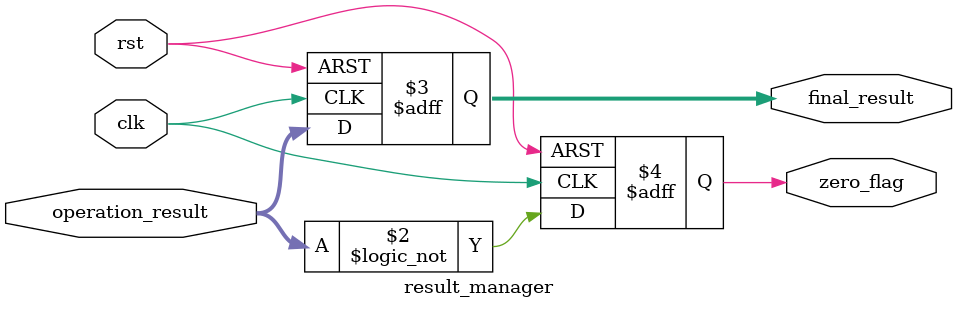
<source format=v>
`define ADD 2'b00
`define SUB 2'b01
`define AND 2'b10
`define OR  2'b11

module simple_alu(
    input clk,
    input rst,
    input [1:0] op_code,
    input [3:0] data_a,
    input [3:0] data_b,
    output [3:0] result,
    output zero
);
wire [3:0] operation_result;

op_decoder decoder (
    .op_code(op_code),
    .data_a(data_a),
    .data_b(data_b),
    .result(operation_result)
);

result_manager manager (
    .clk(clk),
    .rst(rst),
    .operation_result(operation_result),
    .final_result(result),
    .zero_flag(zero)
);

endmodule

module op_decoder(
    input [1:0] op_code,
    input [3:0] data_a,
    input [3:0] data_b,
    output reg [3:0] result
);
    always @* begin
        case(op_code)
            `ADD: result = data_a + data_b;
            `SUB: result = data_a - data_b;
            `AND: result = data_a & data_b;
            `OR: result = data_a | data_b;
            default: result = 4'b0000;
        endcase
    end
endmodule

module result_manager(
    input clk,
    input rst,
    input [3:0] operation_result,
    output reg [3:0] final_result,
    output reg zero_flag
);
    always @(posedge clk or posedge rst) begin
        if (rst) begin
            final_result <= 0;
            zero_flag <= 1'b1;
        end else begin
            final_result <= operation_result;
            zero_flag <= (operation_result == 0);
        end
    end
endmodule
</source>
